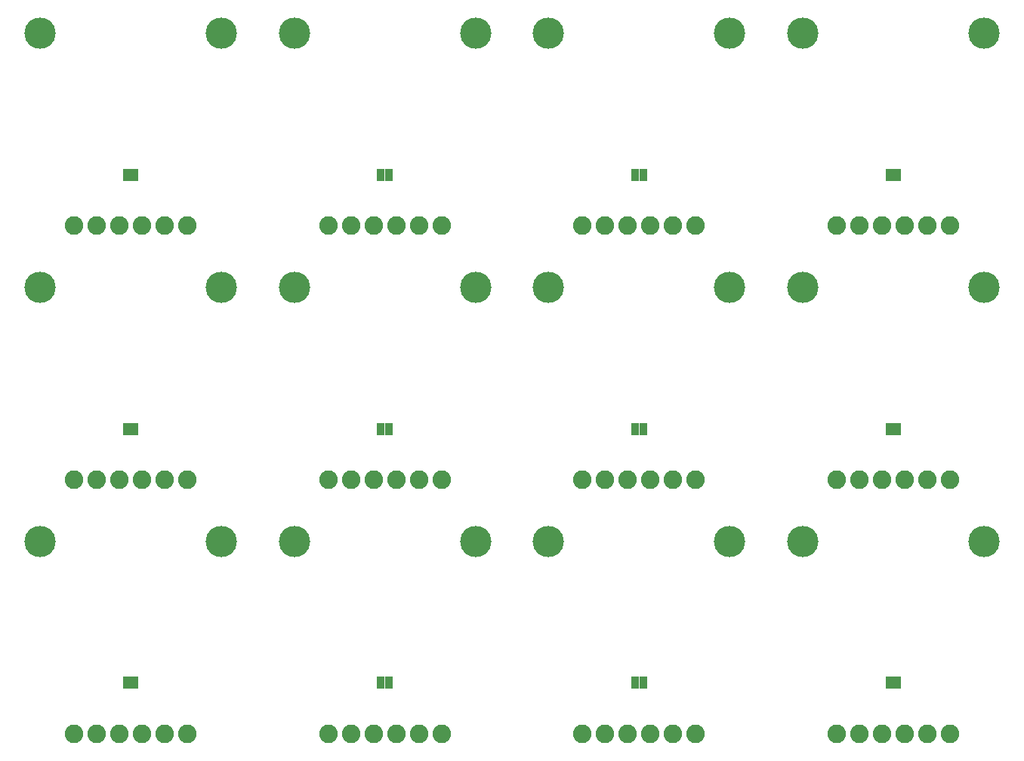
<source format=gbs>
G75*
%MOIN*%
%OFA0B0*%
%FSLAX25Y25*%
%IPPOS*%
%LPD*%
%AMOC8*
5,1,8,0,0,1.08239X$1,22.5*
%
%ADD10C,0.13800*%
%ADD11R,0.03300X0.05800*%
%ADD12C,0.08200*%
D10*
X0064514Y0124965D03*
X0144514Y0124965D03*
X0176719Y0124965D03*
X0256719Y0124965D03*
X0288924Y0124965D03*
X0368924Y0124965D03*
X0401129Y0124965D03*
X0481129Y0124965D03*
X0481129Y0237169D03*
X0401129Y0237169D03*
X0368924Y0237169D03*
X0288924Y0237169D03*
X0256719Y0237169D03*
X0176719Y0237169D03*
X0144514Y0237169D03*
X0064514Y0237169D03*
X0064514Y0349374D03*
X0144514Y0349374D03*
X0176719Y0349374D03*
X0256719Y0349374D03*
X0288924Y0349374D03*
X0368924Y0349374D03*
X0401129Y0349374D03*
X0481129Y0349374D03*
D11*
X0442900Y0286874D03*
X0439357Y0286874D03*
X0330696Y0286874D03*
X0327152Y0286874D03*
X0218491Y0286874D03*
X0214948Y0286874D03*
X0106286Y0286874D03*
X0102743Y0286874D03*
X0102743Y0174669D03*
X0106286Y0174669D03*
X0214948Y0174669D03*
X0218491Y0174669D03*
X0327152Y0174669D03*
X0330696Y0174669D03*
X0439357Y0174669D03*
X0442900Y0174669D03*
X0442900Y0062465D03*
X0439357Y0062465D03*
X0330696Y0062465D03*
X0327152Y0062465D03*
X0218491Y0062465D03*
X0214948Y0062465D03*
X0106286Y0062465D03*
X0102743Y0062465D03*
D12*
X0079514Y0039965D03*
X0089514Y0039965D03*
X0099514Y0039965D03*
X0109514Y0039965D03*
X0119514Y0039965D03*
X0129514Y0039965D03*
X0191719Y0039965D03*
X0201719Y0039965D03*
X0211719Y0039965D03*
X0221719Y0039965D03*
X0231719Y0039965D03*
X0241719Y0039965D03*
X0303924Y0039965D03*
X0313924Y0039965D03*
X0323924Y0039965D03*
X0333924Y0039965D03*
X0343924Y0039965D03*
X0353924Y0039965D03*
X0416129Y0039965D03*
X0426129Y0039965D03*
X0436129Y0039965D03*
X0446129Y0039965D03*
X0456129Y0039965D03*
X0466129Y0039965D03*
X0466129Y0152169D03*
X0456129Y0152169D03*
X0446129Y0152169D03*
X0436129Y0152169D03*
X0426129Y0152169D03*
X0416129Y0152169D03*
X0353924Y0152169D03*
X0343924Y0152169D03*
X0333924Y0152169D03*
X0323924Y0152169D03*
X0313924Y0152169D03*
X0303924Y0152169D03*
X0241719Y0152169D03*
X0231719Y0152169D03*
X0221719Y0152169D03*
X0211719Y0152169D03*
X0201719Y0152169D03*
X0191719Y0152169D03*
X0129514Y0152169D03*
X0119514Y0152169D03*
X0109514Y0152169D03*
X0099514Y0152169D03*
X0089514Y0152169D03*
X0079514Y0152169D03*
X0079514Y0264374D03*
X0089514Y0264374D03*
X0099514Y0264374D03*
X0109514Y0264374D03*
X0119514Y0264374D03*
X0129514Y0264374D03*
X0191719Y0264374D03*
X0201719Y0264374D03*
X0211719Y0264374D03*
X0221719Y0264374D03*
X0231719Y0264374D03*
X0241719Y0264374D03*
X0303924Y0264374D03*
X0313924Y0264374D03*
X0323924Y0264374D03*
X0333924Y0264374D03*
X0343924Y0264374D03*
X0353924Y0264374D03*
X0416129Y0264374D03*
X0426129Y0264374D03*
X0436129Y0264374D03*
X0446129Y0264374D03*
X0456129Y0264374D03*
X0466129Y0264374D03*
M02*

</source>
